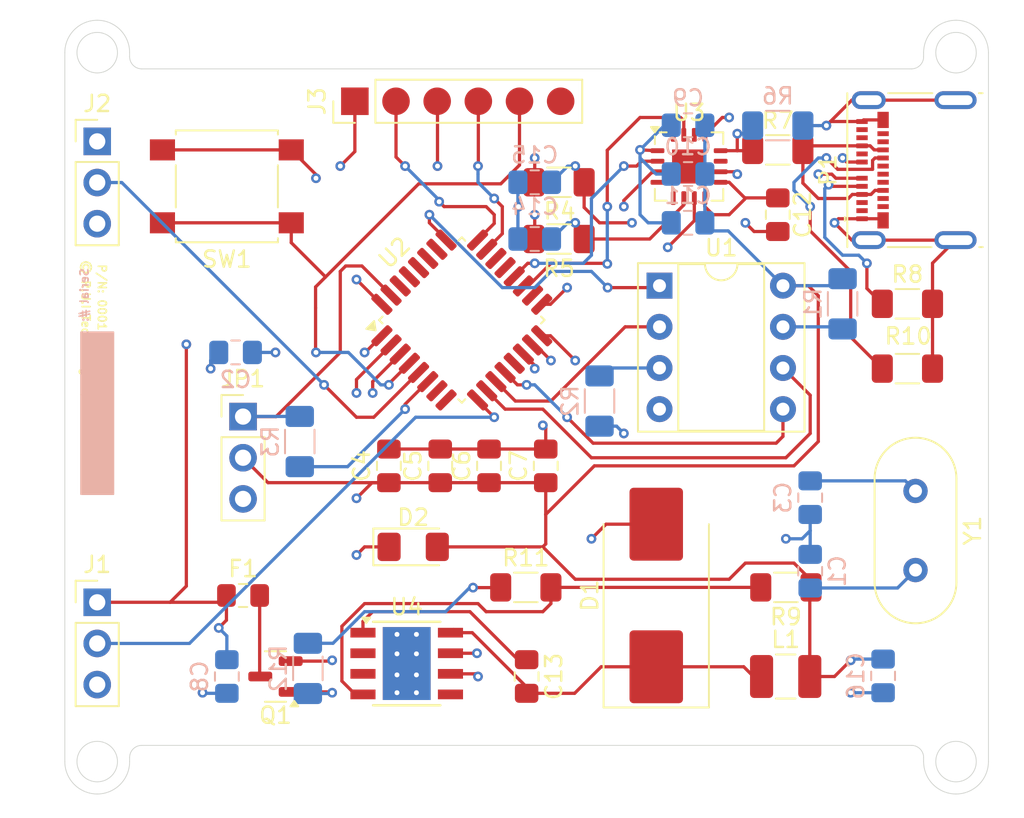
<source format=kicad_pcb>
(kicad_pcb (version 20240108) (generator "pcbnew") (generator_version "8.0")
  (layers (0 "F.Cu" signal) (1 "In1.Cu" signal) (2 "In2.Cu" signal "GND") (31 "B.Cu" signal) (34 "B.Paste" user) (35 "F.Paste" user) (36 "B.SilkS" user "B.Silkscreen") (37 "F.SilkS" user "F.Silkscreen") (38 "B.Mask" user) (39 "F.Mask" user) (44 "Edge.Cuts" user))
  (net 0 "")
  (net 1 "GND")
  (net 2 "Net-(U2-PF0)")
  (net 3 "NRST")
  (net 4 "Net-(U2-PF1)")
  (net 5 "Net-(U2-VDDA)")
  (net 6 "+3.3V")
  (net 7 "+5V")
  (net 8 "Net-(U3-VCC)")
  (net 9 "Net-(U3-3V3OUT)")
  (net 10 "Net-(U4-BOOT)")
  (net 11 "Net-(D1-K)")
  (net 12 "Net-(U3-USBDM)")
  (net 13 "Net-(Q1-D)")
  (net 14 "SIG_OUT")
  (net 15 "SIG_IN")
  (net 16 "/SWCLK")
  (net 17 "/SWDIO")
  (net 19 "/BOOT0")
  (net 20 "Net-(P1-VBUS-PadA4)")
  (net 21 "Net-(P1-D-)")
  (net 22 "Net-(P1-D+)")
  (net 23 "Net-(P1-VCONN)")
  (net 24 "Net-(P1-CC)")
  (net 25 "Net-(Q1-S)")
  (net 26 "Net-(U1-~{HOLD})")
  (net 27 "Net-(U1-~{WP})")
  (net 28 "Net-(U3-USBDP)")
  (net 29 "USB_SENSE")
  (net 30 "/Feedback")
  (net 31 "Net-(R11-Pad1)")
  (net 32 "EEPROM_CS")
  (net 33 "EEPROM_SCK")
  (net 34 "EEPROM_MISO")
  (net 35 "EEPROM_MOSI")
  (net 37 "UART_TX")
  (net 44 "UART_RX")
  (footprint "Capacitor_SMD:C_0805_2012Metric_Pad1.18x1.45mm_HandSolder" (layer "F.Cu") (at 159.5 107.25 90)
    (property "Reference" "C4")
    (property "Value" "100nf")
  )
  (footprint "Capacitor_SMD:C_0805_2012Metric_Pad1.18x1.45mm_HandSolder" (layer "F.Cu") (at 162.67 107.25 90)
    (property "Reference" "C5")
    (property "Value" "100nf")
  )
  (footprint "Fuse:Fuse_0805_2012Metric_Pad1.15x1.40mm_HandSolder" (layer "F.Cu") (at 150.5 115.25)
    (property "Reference" "F1")
    (property "Value" "2A")
  )
  (footprint "Connector_PinHeader_2.54mm:PinHeader_1x06_P2.54mm_Vertical" (layer "F.Cu") (at 157.4 84.75 90)
    (property "Reference" "J3")
    (property "Value" "PROG")
  )
  (footprint "Resistor_SMD:R_1206_3216Metric_Pad1.30x1.75mm_HandSolder" (layer "F.Cu") (at 191.5 97.25)
    (property "Reference" "R8")
    (property "Value" "5.6k")
  )
  (footprint "Package_DFN_QFN:QFN-16-1EP_4x4mm_P0.65mm_EP2.1x2.1mm" (layer "F.Cu") (at 178.025 88.775)
    (property "Reference" "U3")
    (property "Value" "FT230XQ")
  )
  (footprint "Resistor_SMD:R_1206_3216Metric_Pad1.30x1.75mm_HandSolder" (layer "F.Cu") (at 167.95 114.75)
    (property "Reference" "R11")
    (property "Value" "5.6k")
  )
  (footprint "Diode_SMD:D_SMC_Handsoldering" (layer "F.Cu") (at 176 115.25 90)
    (property "Reference" "D1")
    (property "Value" "B340")
  )
  (footprint "Package_SO:TI_SO-PowerPAD-8_ThermalVias" (layer "F.Cu") (at 160.6 119.45)
    (property "Reference" "U4")
    (property "Value" "TPS5430DDA")
  )
  (footprint "Inductor_SMD:L_1210_3225Metric_Pad1.42x2.65mm_HandSolder" (layer "F.Cu") (at 183.9875 120.25)
    (property "Reference" "L1")
    (property "Value" "15uh" (hide yes))
  )
  (footprint "Connector_USB:USB_C_Receptacle_Molex_105450-0101" (layer "F.Cu") (at 191.915 89 90)
    (property "Reference" "P1")
    (property "Value" "HID")
  )
  (footprint "Resistor_SMD:R_1206_3216Metric_Pad1.30x1.75mm_HandSolder" (layer "F.Cu") (at 170 89.75 180)
    (property "Reference" "R4")
    (property "Value" "27")
  )
  (footprint "Resistor_SMD:R_1206_3216Metric_Pad1.30x1.75mm_HandSolder" (layer "F.Cu") (at 170 93.25 180)
    (property "Reference" "R5")
    (property "Value" "27")
  )
  (footprint "Resistor_SMD:R_1206_3216Metric_Pad1.30x1.75mm_HandSolder" (layer "F.Cu") (at 191.5 101.25)
    (property "Reference" "R10")
    (property "Value" "5.6k")
  )
  (footprint "LED_SMD:LED_1206_3216Metric_Pad1.42x1.75mm_HandSolder" (layer "F.Cu") (at 161 112.25)
    (property "Reference" "D2")
    (property "Value" "PWR")
  )
  (footprint "Capacitor_SMD:C_0805_2012Metric_Pad1.18x1.45mm_HandSolder" (layer "F.Cu") (at 183.5 91.75 -90)
    (property "Reference" "C12")
    (property "Value" "100uf")
  )
  (footprint "Connector_PinHeader_2.54mm:PinHeader_1x03_P2.54mm_Vertical" (layer "F.Cu") (at 141.5 87.225)
    (property "Reference" "J2")
    (property "Value" "TPS SIDE")
  )
  (footprint "Package_DIP:DIP-8_W7.62mm_Socket" (layer "F.Cu") (at 176.2 96.13)
    (property "Reference" "U1")
    (property "Value" "25LC1024")
  )
  (footprint "Capacitor_SMD:C_0805_2012Metric_Pad1.18x1.45mm_HandSolder" (layer "F.Cu") (at 168 120.25 -90)
    (property "Reference" "C13")
    (property "Value" "10nf")
  )
  (footprint "Resistor_SMD:R_1206_3216Metric_Pad1.30x1.75mm_HandSolder" (layer "F.Cu") (at 183.5 87.75)
    (property "Reference" "R7")
    (property "Value" "4.7k")
  )
  (footprint "Crystal:Crystal_HC49-4H_Vertical" (layer "F.Cu") (at 192 108.8 -90)
    (property "Reference" "Y1")
    (property "Value" "8mhz")
  )
  (footprint "Connector_PinHeader_2.54mm:PinHeader_1x03_P2.54mm_Vertical" (layer "F.Cu") (at 141.5 115.67)
    (property "Reference" "J1")
    (property "Value" "VEHICLE SIDE")
  )
  (footprint "Connector_PinHeader_2.54mm:PinHeader_1x03_P2.54mm_Vertical" (layer "F.Cu") (at 150.5 104.21)
    (property "Reference" "JP1")
    (property "Value" "BOOT0")
  )
  (footprint "Package_QFP:LQFP-32_7x7mm_P0.8mm" (layer "F.Cu") (at 164 98.25 45)
    (property "Reference" "U2")
    (property "Value" "STM32G431K6Tx")
  )
  (footprint "Package_TO_SOT_SMD:SOT-23" (layer "F.Cu") (at 152.5 120.25 180)
    (property "Reference" "Q1")
    (property "Value" "AO3407")
  )
  (footprint "Button_Switch_SMD:SW_SPST_B3S-1000" (layer "F.Cu") (at 149.5 90 180)
    (property "Reference" "SW1")
    (property "Value" "RESET")
  )
  (footprint "Resistor_SMD:R_1206_3216Metric_Pad1.30x1.75mm_HandSolder" (layer "F.Cu") (at 184 114.75 180)
    (property "Reference" "R9")
    (property "Value" "10k")
  )
  (footprint "Capacitor_SMD:C_0805_2012Metric_Pad1.18x1.45mm_HandSolder" (layer "F.Cu") (at 169.18 107.25 90)
    (property "Reference" "C7")
    (property "Value" "47uf")
  )
  (footprint "Capacitor_SMD:C_0805_2012Metric_Pad1.18x1.45mm_HandSolder" (layer "F.Cu") (at 165.68 107.25 90)
    (property "Reference" "C6")
    (property "Value" "100nf")
  )
  (footprint "Capacitor_SMD:C_0805_2012Metric_Pad1.18x1.45mm_HandSolder" (layer "B.Cu") (at 177.9625 86.23 180)
    (property "Reference" "C9")
    (property "Value" "100nf")
  )
  (footprint "Capacitor_SMD:C_0805_2012Metric_Pad1.18x1.45mm_HandSolder" (layer "B.Cu") (at 168.5 93.25 180)
    (property "Reference" "C14")
    (property "Value" "47uf")
  )
  (footprint "Capacitor_SMD:C_0805_2012Metric_Pad1.18x1.45mm_HandSolder" (layer "B.Cu") (at 185.5 109.2125 -90)
    (property "Reference" "C3")
    (property "Value" "30pf")
  )
  (footprint "Capacitor_SMD:C_0805_2012Metric_Pad1.18x1.45mm_HandSolder" (layer "B.Cu") (at 190 120.2125 -90)
    (property "Reference" "C16")
    (property "Value" "22uf")
  )
  (footprint "Capacitor_SMD:C_0805_2012Metric_Pad1.18x1.45mm_HandSolder" (layer "B.Cu") (at 149.5 120.25 -90)
    (property "Reference" "C8")
    (property "Value" "10uf" (hide yes))
  )
  (footprint "Resistor_SMD:R_1206_3216Metric_Pad1.30x1.75mm_HandSolder" (layer "B.Cu") (at 187.5 97.25 -90)
    (property "Reference" "R1")
    (property "Value" "10k")
  )
  (footprint "Capacitor_SMD:C_0805_2012Metric_Pad1.18x1.45mm_HandSolder" (layer "B.Cu") (at 168.5 89.75 180)
    (property "Reference" "C15")
    (property "Value" "47uf")
  )
  (footprint "Capacitor_SMD:C_0805_2012Metric_Pad1.18x1.45mm_HandSolder" (layer "B.Cu") (at 150.0375 100.25)
    (property "Reference" "C2")
    (property "Value" "100nf")
  )
  (footprint "Resistor_SMD:R_1206_3216Metric_Pad1.30x1.75mm_HandSolder" (layer "B.Cu") (at 154.5 119.75 -90)
    (property "Reference" "R12")
    (property "Value" "270")
  )
  (footprint "Capacitor_SMD:C_0805_2012Metric_Pad1.18x1.45mm_HandSolder" (layer "B.Cu") (at 185.5 113.75 90)
    (property "Reference" "C1")
    (property "Value" "30pf")
  )
  (footprint "Capacitor_SMD:C_0805_2012Metric_Pad1.18x1.45mm_HandSolder" (layer "B.Cu") (at 177.9625 92.25 180)
    (property "Reference" "C11")
    (property "Value" "47uf")
  )
  (footprint "Resistor_SMD:R_1206_3216Metric_Pad1.30x1.75mm_HandSolder" (layer "B.Cu") (at 172.5 103.25 -90)
    (property "Reference" "R2")
    (property "Value" "10k")
  )
  (footprint "Capacitor_SMD:C_0805_2012Metric_Pad1.18x1.45mm_HandSolder" (layer "B.Cu") (at 177.9625 89.24 180)
    (property "Reference" "C10")
    (property "Value" "100nf")
  )
  (footprint "Resistor_SMD:R_1206_3216Metric_Pad1.30x1.75mm_HandSolder" (layer "B.Cu") (at 154 105.75 -90)
    (property "Reference" "R3")
    (property "Value" "10K")
  )
  (footprint "Resistor_SMD:R_1206_3216Metric_Pad1.30x1.75mm_HandSolder" (layer "B.Cu") (at 183.5 86.25 180)
    (property "Reference" "R6")
    (property "Value" "10k")
  )
  (gr_rect (start 140.5 99) (end 142.5 109) (stroke (width 0.1)) (fill solid) (layer "B.SilkS"))
  (gr_arc (start 196.5 125.5) (mid 195.914214 126.914214) (end 194.5 127.5) (stroke (width 0.05)) (layer "Edge.Cuts"))
  (gr_circle (center 194.5 81.75) (end 195.75 81.75) (stroke (width 0.05)) (fill none) (layer "Edge.Cuts"))
  (gr_line (start 196.5 81.75) (end 196.5 125.5) (stroke (width 0.05)) (layer "Edge.Cuts"))
  (gr_arc (start 141.5 79.75) (mid 142.914214 80.335786) (end 143.5 81.75) (stroke (width 0.05)) (layer "Edge.Cuts"))
  (gr_line (start 143.5 81.75) (end 143.5 82) (stroke (width 0.05)) (layer "Edge.Cuts"))
  (gr_arc (start 141.5 127.5) (mid 140.085786 126.914214) (end 139.5 125.5) (stroke (width 0.05)) (layer "Edge.Cuts"))
  (gr_arc (start 139.5 81.75) (mid 140.085786 80.335786) (end 141.5 79.75) (stroke (width 0.05)) (layer "Edge.Cuts"))
  (gr_line (start 144.25 124.5) (end 191.75 124.5) (stroke (width 0.05)) (layer "Edge.Cuts"))
  (gr_line (start 191.75 82.75) (end 144.25 82.75) (stroke (width 0.05)) (layer "Edge.Cuts"))
  (gr_arc (start 192.5 81.75) (mid 193.085786 80.335786) (end 194.5 79.75) (stroke (width 0.05)) (layer "Edge.Cuts"))
  (gr_arc (start 144.25 82.75) (mid 143.71967 82.53033) (end 143.5 82) (stroke (width 0.05)) (layer "Edge.Cuts"))
  (gr_line (start 192.500002 125.5) (end 192.5 125.25) (stroke (width 0.05)) (layer "Edge.Cuts"))
  (gr_arc (start 143.5 125.5) (mid 142.914214 126.914214) (end 141.5 127.5) (stroke (width 0.05)) (layer "Edge.Cuts"))
  (gr_line (start 192.5 81.75) (end 192.5 82) (stroke (width 0.05)) (layer "Edge.Cuts"))
  (gr_circle (center 141.5 81.75) (end 142.75 81.75) (stroke (width 0.05)) (fill none) (layer "Edge.Cuts"))
  (gr_line (start 139.5 81.75) (end 139.5 125.5) (stroke (width 0.05)) (layer "Edge.Cuts"))
  (gr_circle (center 141.5 125.5) (end 142.75 125.5) (stroke (width 0.05)) (fill none) (layer "Edge.Cuts"))
  (gr_arc (start 194.5 127.5) (mid 193.085787 126.914213) (end 192.500002 125.5) (stroke (width 0.05)) (layer "Edge.Cuts"))
  (gr_arc (start 194.5 79.75) (mid 195.914214 80.335786) (end 196.5 81.75) (stroke (width 0.05)) (layer "Edge.Cuts"))
  (gr_arc (start 143.5 125.25) (mid 143.71967 124.71967) (end 144.25 124.5) (stroke (width 0.05)) (layer "Edge.Cuts"))
  (gr_arc (start 191.75 124.5) (mid 192.28033 124.71967) (end 192.5 125.25) (stroke (width 0.05)) (layer "Edge.Cuts"))
  (gr_circle (center 194.5 125.5) (end 195.75 125.5) (stroke (width 0.05)) (fill none) (layer "Edge.Cuts"))
  (gr_line (start 143.5 125.25) (end 143.5 125.5) (stroke (width 0.05)) (layer "Edge.Cuts"))
  (gr_arc (start 192.5 82) (mid 192.28033 82.53033) (end 191.75 82.75) (stroke (width 0.05)) (layer "Edge.Cuts"))
  (gr_text "Serial #:" (at 141 95 90) (layer "B.SilkS") (effects (font (size 0.5 0.5) (thickness 0.1)) (justify left bottom mirror)))
  (gr_text "P/N: 0001-R00.\n" (at 141.5 94.75 270) (layer "F.SilkS") (effects (font (size 0.5 0.5) (thickness 0.1)) (justify left bottom)))
  (gr_text "© R.U.I Technologies, 2025." (at 140.5 94.5 270) (layer "F.SilkS") (effects (font (size 0.5 0.5) (thickness 0.1)) (justify left bottom)))
  (segment (start 187.25 92) (end 187 92.25) (width 0.2) (layer "F.Cu") (net 1))
  (segment (start 159.5125 112.25) (end 158 112.25) (width 0.2) (layer "F.Cu") (net 1))
  (segment (start 155.95 121.2) (end 156 121.25) (width 0.2) (layer "F.Cu") (net 1))
  (segment (start 172.9 110.85) (end 172 111.75) (width 0.2) (layer "F.Cu") (net 1))
  (segment (start 176.075 89.1) (end 177.7 89.1) (width 0.2) (layer "F.Cu") (net 1))
  (segment (start 169.472272 99.222272) (end 171 100.75) (width 0.2) (layer "F.Cu") (net 1))
  (segment (start 153.4375 121.2) (end 155.95 121.2) (width 0.2) (layer "F.Cu") (net 1))
  (segment (start 168.93207 99.222272) (end 169.472272 99.222272) (width 0.2) (layer "F.Cu") (net 1))
  (segment (start 161.896357 102.050699) (end 160.5 103.447056) (width 0.2) (layer "F.Cu") (net 1))
  (segment (start 182.0375 92.7875) (end 181.5 92.25) (width 0.2) (layer "F.Cu") (net 1))
  (segment (start 159.06793 97.277728) (end 159.027728 97.277728) (width 0.2) (layer "F.Cu") (net 1))
  (segment (start 188.7 86) (end 186.75 86) (width 0.2) (layer "F.Cu") (net 1))
  (segment (start 176.075 89.1) (end 175.76759 89.1) (width 0.2) (layer "F.Cu") (net 1))
  (segment (start 162.5 84.77) (end 162.5 88.75) (width 0.2) (layer "F.Cu") (net 1))
  (segment (start 158 112.25) (end 157.5 112.75) (width 0.2) (layer "F.Cu") (net 1))
  (segment (start 164.835 120.085) (end 165 120.25) (width 0.2) (layer "F.Cu") (net 1))
  (segment (start 160.5 103.447056) (end 160.5 103.75) (width 0.2) (layer "F.Cu") (net 1))
  (segment (start 190 85.9) (end 188.8 85.9) (width 0.2) (layer "F.Cu") (net 1))
  (segment (start 159.027728 97.277728) (end 157.5 95.75) (width 0.2) (layer "F.Cu") (net 1))
  (segment (start 153.475 87.75) (end 155 89.275) (width 0.2) (layer "F.Cu") (net 1))
  (segment (start 188.07 93.32) (end 187 92.25) (width 0.2) (layer "F.Cu") (net 1))
  (segment (start 189.11 93.32) (end 188.07 93.32) (width 0.2) (layer "F.Cu") (net 1))
  (segment (start 175.76759 89.1) (end 174 90.86759) (width 0.2) (layer "F.Cu") (net 1))
  (segment (start 155 89.275) (end 155 89.5) (width 0.2) (layer "F.Cu") (net 1))
  (segment (start 176 110.85) (end 172.9 110.85) (width 0.2) (layer "F.Cu") (net 1))
  (segment (start 193.05 94.74) (end 194.47 93.32) (width 0.2) (layer "F.Cu") (net 1))
  (segment (start 189.11 84.68) (end 188.07 84.68) (width 0.2) (layer "F.Cu") (net 1))
  (segment (start 162.48 84.75) (end 162.5 84.77) (width 0.2) (layer "F.Cu") (net 1))
  (segment (start 188.7 92) (end 187.25 92) (width 0.2) (layer "F.Cu") (net 1))
  (segment (start 189.9 92) (end 190 92.1) (width 0.2) (layer "F.Cu") (net 1))
  (segment (start 180.5 85.75) (end 180.075 85.75) (width 0.2) (layer "F.Cu") (net 1))
  (segment (start 188.7 92) (end 189.9 92) (width 0.2) (layer "F.Cu") (net 1))
  (segment (start 145.525 87.75) (end 153.475 87.75) (width 0.2) (layer "F.Cu") (net 1))
  (segment (start 163.3 120.085) (end 164.835 120.085) (width 0.2) (layer "F.Cu") (net 1))
  (segment (start 177.7 89.1) (end 178.025 88.775) (width 0.2) (layer "F.Cu") (net 1))
  (segment (start 193.05 101.25) (end 193.05 97.25) (width 0.2) (layer "F.Cu") (net 1))
  (segment (start 194.47 84.68) (end 189.11 84.68) (width 0.2) (layer "F.Cu") (net 1))
  (segment (start 186.75 86) (end 186.5 86.25) (width 0.2) (layer "F.Cu") (net 1))
  (segment (start 174 90.86759) (end 174 91.25) (width 0.2) (layer "F.Cu") (net 1))
  (segment (start 188.8 85.9) (end 188.7 86) (width 0.2) (layer "F.Cu") (net 1))
  (segment (start 168.5 101.052944) (end 168.5 101.25) (width 0.2) (layer "F.Cu") (net 1))
  (segment (start 193.05 97.25) (end 193.05 94.74) (width 0.2) (layer "F.Cu") (net 1))
  (segment (start 180.075 85.75) (end 179 86.825) (width 0.2) (layer "F.Cu") (net 1))
  (segment (start 188.07 84.68) (end 186.5 86.25) (width 0.2) (layer "F.Cu") (net 1))
  (segment (start 194.47 93.32) (end 189.11 93.32) (width 0.2) (layer "F.Cu") (net 1))
  (segment (start 167.800699 100.353643) (end 168.5 101.052944) (width 0.2) (layer "F.Cu") (net 1))
  (segment (start 183.5 92.7875) (end 182.0375 92.7875) (width 0.2) (layer "F.Cu") (net 1))
  (via (at 157.5 95.75) (size 0.6) (drill 0.3) (layers "F.Cu" "B.Cu") (net 1))
  (via (at 148 121.25) (size 0.6) (drill 0.3) (layers "F.Cu" "B.Cu") (net 1))
  (via (at 172 111.75) (size 0.6) (drill 0.3) (layers "F.Cu" "B.Cu") (net 1))
  (via (at 184 111.75) (size 0.6) (drill 0.3) (layers "F.Cu" "B.Cu") (net 1))
  (via (at 180.5 85.75) (size 0.6) (drill 0.3) (layers "F.Cu" "B.Cu") (net 1))
  (via (at 168.5 101.25) (size 0.6) (drill 0.3) (layers "F.Cu" "B.Cu") (net 1))
  (via (at 174 91.25) (size 0.6) (drill 0.3) (layers "F.Cu" "B.Cu") (net 1))
  (via (at 156 121.25) (size 0.6) (drill 0.3) (layers "F.Cu" "B.Cu") (net 1))
  (via (at 188 121.25) (size 0.6) (drill 0.3) (layers "F.Cu" "B.Cu") (net 1))
  (via (at 171 100.75) (size 0.6) (drill 0.3) (layers "F.Cu" "B.Cu") (net 1))
  (via (at 157.5 112.75) (size 0.6) (drill 0.3) (layers "F.Cu" "B.Cu") (net 1))
  (via (at 160.5 103.75) (size 0.6) (drill 0.3) (layers "F.Cu" "B.Cu") (net 1))
  (via (at 186.5 86.25) (size 0.6) (drill 0.3) (layers "F.Cu" "B.Cu") (net 1))
  (via (at 167.5 91.25) (size 0.6) (drill 0.3) (layers "F.Cu" "B.Cu") (net 1))
  (via (at 155 89.5) (size 0.6) (drill 0.3) (layers "F.Cu" "B.Cu") (net 1))
  (via (at 148.5 101.25) (size 0.6) (drill 0.3) (layers "F.Cu" "B.Cu") (net 1))
  (via (at 165 120.25) (size 0.6) (drill 0.3) (layers "F.Cu" "B.Cu") (net 1))
  (via (at 162.5 88.75) (size 0.6) (drill 0.3) (layers "F.Cu" "B.Cu") (net 1))
  (via (at 174 105.25) (size 0.6) (drill 0.3) (layers "F.Cu" "B.Cu") (net 1))
  (via (at 181.5 92.25) (size 0.6) (drill 0.3) (layers "F.Cu" "B.Cu") (net 1))
  (via (at 187 92.25) (size 0.6) (drill 0.3) (layers "F.Cu" "B.Cu") (net 1))
  (segment (start 190 121.25) (end 188 121.25) (width 0.2) (layer "B.Cu") (net 1))
  (segment (start 148.5 100.75) (end 148.5 101.25) (width 0.2) (layer "B.Cu") (net 1))
  (segment (start 186 86.25) (end 186.5 86.25) (width 0.2) (layer "B.Cu") (net 1))
  (segment (start 167.5 91.25) (end 167.4625 91.2125) (width 0.2) (layer "B.Cu") (net 1))
  (segment (start 173.55 104.8) (end 174 105.25) (width 0.2) (layer "B.Cu") (net 1))
  (segment (start 156.95 107.3) (end 160.5 103.75) (width 0.2) (layer "B.Cu") (net 1))
  (segment (start 185.5 111.25) (end 185 111.75) (width 0.2) (layer "B.Cu") (net 1))
  (segment (start 172.5 104.8) (end 173.55 104.8) (width 0.2) (layer "B.Cu") (net 1))
  (segment (start 167.4625 91.2875) (end 167.5 91.25) (width 0.2) (layer "B.Cu") (net 1))
  (segment (start 185.5 111.25) (end 185.5 110.25) (width 0.2) (layer "B.Cu") (net 1))
  (segment (start 149 100.25) (end 148.5 100.75) (width 0.2) (layer "B.Cu") (net 1))
  (segment (start 154.5 121.3) (end 154.5 121.625) (width 0.2) (layer "B.Cu") (net 1))
  (segment (start 154 107.3) (end 156.95 107.3) (width 0.2) (layer "B.Cu") (net 1))
  (segment (start 185.05 86.25) (end 186 86.25) (width 0.2) (layer "B.Cu") (net 1))
  (segment (start 148.0375 121.2875) (end 148 121.25) (width 0.2) (layer "B.Cu") (net 1))
  (segment (start 154.5 121.3) (end 155.95 121.3) (width 0.2) (layer "B.Cu") (net 1))
  (segment (start 167.4625 91.2125) (end 167.4625 89.75) (width 0.2) (layer "B.Cu") (net 1))
  (segment (start 185 111.75) (end 184 111.75) (width 0.2) (layer "B.Cu") (net 1))
  (segment (start 149.5 121.2875) (end 148.0375 121.2875) (width 0.2) (layer "B.Cu") (net 1))
  (segment (start 155.95 121.3) (end 156 121.25) (width 0.2) (layer "B.Cu") (net 1))
  (segment (start 185.5 112.7125) (end 185.5 111.25) (width 0.2) (layer "B.Cu") (net 1))
  (segment (start 167.4625 93.25) (end 167.4625 91.2875) (width 0.2) (layer "B.Cu") (net 1))
  (segment (start 157.5 101.921573) (end 157.5 102.75) (width 0.2) (layer "F.Cu") (net 2))
  (segment (start 159.633616 99.787957) (end 157.5 101.921573) (width 0.2) (layer "F.Cu") (net 2))
  (via (at 157.5 102.75) (size 0.6) (drill 0.3) (layers "F.Cu" "B.Cu") (net 2))
  (segment (start 185.5 114.7875) (end 190.8925 114.7875) (width 0.2) (layer "B.Cu") (net 2))
  (segment (start 190.8925 114.7875) (end 192 113.68) (width 0.2) (layer "B.Cu") (net 2))
  (segment (start 155.592157 95.592157) (end 154.975 96.209314) (width 0.2) (layer "F.Cu") (net 3))
  (segment (start 154.975 97.5) (end 154.975 100.225) (width 0.2) (layer "F.Cu") (net 3))
  (segment (start 159.5 102.184314) (end 160.764986 100.919328) (width 0.2) (layer "F.Cu") (net 3))
  (segment (start 166.405507 89.844493) (end 161.339821 89.844493) (width 0.2) (layer "F.Cu") (net 3))
  (segment (start 167.56 84.75) (end 167.56 88.69) (width 0.2) (layer "F.Cu") (net 3))
  (segment (start 161.339821 89.844493) (end 155.592157 95.592157) (width 0.2) (layer "F.Cu") (net 3))
  (segment (start 154.975 100.225) (end 155 100.25) (width 0.2) (layer "F.Cu") (net 3))
  (segment (start 167.56 88.69) (end 166.405507 89.844493) (width 0.2) (layer "F.Cu") (net 3))
  (segment (start 153.475 93.475) (end 155.592157 95.592157) (width 0.2) (layer "F.Cu") (net 3))
  (segment (start 159.5 102.25) (end 159.5 102.184314) (width 0.2) (layer "F.Cu") (net 3))
  (segment (start 153.475 92.25) (end 145.525 92.25) (width 0.2) (layer "F.Cu") (net 3))
  (segment (start 154.975 96.209314) (end 154.975 97.5) (width 0.2) (layer "F.Cu") (net 3))
  (segment (start 153.475 92.25) (end 153.475 93.475) (width 0.2) (layer "F.Cu") (net 3))
  (via (at 159.5 102.25) (size 0.6) (drill 0.3) (layers "F.Cu" "B.Cu") (net 3))
  (via (at 152.5 100.25) (size 0.6) (drill 0.3) (layers "F.Cu" "B.Cu") (net 3))
  (via (at 155 100.25) (size 0.6) (drill 0.3) (layers "F.Cu" "B.Cu") (net 3))
  (segment (start 159 102.25) (end 159.5 102.25) (width 0.2) (layer "B.Cu") (net 3))
  (segment (start 157 100.25) (end 159 102.25) (width 0.2) (layer "B.Cu") (net 3))
  (segment (start 155 100.25) (end 157 100.25) (width 0.2) (layer "B.Cu") (net 3))
  (segment (start 152.5 100.25) (end 151.075 100.25) (width 0.2) (layer "B.Cu") (net 3))
  (segment (start 160.199301 100.353643) (end 158.5 102.052944) (width 0.2) (layer "F.Cu") (net 4))
  (segment (start 158.5 102.052944) (end 158.5 102.75) (width 0.2) (layer "F.Cu") (net 4))
  (via (at 158.5 102.75) (size 0.6) (drill 0.3) (layers "F.Cu" "B.Cu") (net 4))
  (segment (start 185.5 108.175) (end 191.375 108.175) (width 0.2) (layer "B.Cu") (net 4))
  (segment (start 191.375 108.175) (end 192 108.8) (width 0.2) (layer "B.Cu") (net 4))
  (segment (start 168.366384 99.787957) (end 168.537957 99.787957) (width 0.2) (layer "F.Cu") (net 5))
  (segment (start 168.537957 99.787957) (end 169.5 100.75) (width 0.2) (layer "F.Cu") (net 5))
  (segment (start 169.18 104.93) (end 169 104.75) (width 0.2) (layer "F.Cu") (net 5))
  (segment (start 158.040202 100.25) (end 159.06793 99.222272) (width 0.2) (layer "F.Cu") (net 5))
  (segment (start 158 100.25) (end 158.040202 100.25) (width 0.2) (layer "F.Cu") (net 5))
  (segment (start 165.68 106.2125) (end 169.18 106.2125) (width 0.2) (layer "F.Cu") (net 5))
  (segment (start 159.5 106.2125) (end 162.67 106.2125) (width 0.2) (layer "F.Cu") (net 5))
  (segment (start 168.93207 97.277728) (end 169.472272 97.277728) (width 0.2) (layer "F.Cu") (net 5))
  (segment (start 169.18 106.2125) (end 169.18 104.93) (width 0.2) (layer "F.Cu") (net 5))
  (segment (start 169.472272 97.277728) (end 170.5 96.25) (width 0.2) (layer "F.Cu") (net 5))
  (segment (start 162.67 106.2125) (end 165.68 106.2125) (width 0.2) (layer "F.Cu") (net 5))
  (via (at 169 104.75) (size 0.6) (drill 0.3) (layers "F.Cu" "B.Cu") (net 5))
  (via (at 169.5 100.75) (size 0.6) (drill 0.3) (layers "F.Cu" "B.Cu") (net 5))
  (via (at 158 100.25) (size 0.6) (drill 0.3) (layers "F.Cu" "B.Cu") (net 5))
  (via (at 170.5 96.25) (size 0.6) (drill 0.3) (layers "F.Cu" "B.Cu") (net 5))
  (segment (start 185.55 114.75) (end 185.55 114.3) (width 0.2) (layer "F.Cu") (net 6))
  (segment (start 169.18 110.25) (end 169.18 112.07) (width 0.2) (layer "F.Cu") (net 6))
  (segment (start 165.68 108.2875) (end 169.18 108.2875) (width 0.2) (layer "F.Cu") (net 6))
  (segment (start 169.18 108.2875) (end 169.18 110.25) (width 0.2) (layer "F.Cu") (net 6))
  (segment (start 184.5 113.25) (end 181.5 113.25) (width 0.2) (layer "F.Cu") (net 6))
  (segment (start 172.18 107.25) (end 184.5 107.25) (width 0.2) (layer "F.Cu") (net 6))
  (segment (start 171 114.25) (end 169 112.25) (width 0.2) (layer "F.Cu") (net 6))
  (segment (start 186 96.75) (end 185.38 96.13) (width 0.2) (layer "F.Cu") (net 6))
  (segment (start 186 105.75) (end 186 96.75) (width 0.2) (layer "F.Cu") (net 6))
  (segment (start 169.18 110.25) (end 172.18 107.25) (width 0.2) (layer "F.Cu") (net 6))
  (segment (start 158.4625 108.2875) (end 159.5 108.2875) (width 0.2) (layer "F.Cu") (net 6))
  (segment (start 162.67 108.2875) (end 165.68 108.2875) (width 0.2) (layer "F.Cu") (net 6))
  (segment (start 157.4 84.75) (end 157.4 87.85) (width 0.2) (layer "F.Cu") (net 6))
  (segment (start 169 112.25) (end 162.4875 112.25) (width 0.2) (layer "F.Cu") (net 6))
  (segment (start 150.5 106.75) (end 152.0375 108.2875) (width 0.2) (layer "F.Cu") (net 6))
  (segment (start 185.55 114.3) (end 184.5 113.25) (width 0.2) (layer "F.Cu") (net 6))
  (segment (start 185.475 120.25) (end 187 120.25) (width 0.2) (layer "F.Cu") (net 6))
  (segment (start 184.5 107.25) (end 186 105.75) (width 0.2) (layer "F.Cu") (net 6))
  (segment (start 159.5 108.2875) (end 162.67 108.2875) (width 0.2) (layer "F.Cu") (net 6))
  (segment (start 169.18 112.07) (end 169 112.25) (width 0.2) (layer "F.Cu") (net 6))
  (segment (start 185.475 120.25) (end 185.475 114.825) (width 0.2) (layer "F.Cu") (net 6))
  (segment (start 152.0375 108.2875) (end 159.5 108.2875) (width 0.2) (layer "F.Cu") (net 6))
  (segment (start 185.475 114.825) (end 185.55 114.75) (width 0.2) (layer "F.Cu") (net 6))
  (segment (start 185.38 96.13) (end 183.82 96.13) (width 0.2) (layer "F.Cu") (net 6))
  (segment (start 180.5 114.25) (end 171 114.25) (width 0.2) (layer "F.Cu") (net 6))
  (segment (start 181.5 113.25) (end 180.5 114.25) (width 0.2) (layer "F.Cu") (net 6))
  (segment (start 157.4 87.85) (end 156.5 88.75) (width 0.2) (layer "F.Cu") (net 6))
  (segment (start 187 120.25) (end 188 119.25) (width 0.2) (layer "F.Cu") (net 6))
  (segment (start 157.5 109.25) (end 158.4625 108.2875) (width 0.2) (layer "F.Cu") (net 6))
  (via (at 188 119.25) (size 0.6) (drill 0.3) (layers "F.Cu" "B.Cu") (net 6))
  (via (at 156.5 88.75) (size 0.6) (drill 0.3) (layers "F.Cu" "B.Cu") (net 6))
  (via (at 157.5 109.25) (size 0.6) (drill 0.3) (layers "F.Cu" "B.Cu") (net 6))
  (segment (start 179 92.25) (end 179.5 92.75) (width 0.2) (layer "B.Cu") (net 6))
  (segment (start 187.57 96.13) (end 188 95.7) (width 0.2) (layer "B.Cu") (net 6))
  (segment (start 180.44 92.75) (end 183.82 96.13) (width 0.2) (layer "B.Cu") (net 6))
  (segment (start 179.5 92.75) (end 180.44 92.75) (width 0.2) (layer "B.Cu") (net 6))
  (segment (start 188.075 119.175) (end 188 119.25) (width 0.2) (layer "B.Cu") (net 6))
  (segment (start 179 86.23) (end 179 89.24) (width 0.2) (layer "B.Cu") (net 6))
  (segment (start 183.82 96.13) (end 187.57 96.13) (width 0.2) (layer "B.Cu") (net 6))
  (segment (start 179 92.25) (end 179 89.24) (width 0.2) (layer "B.Cu") (net 6))
  (segment (start 190 119.175) (end 188.075 119.175) (width 0.2) (layer "B.Cu") (net 6))
  (segment (start 147 99.75) (end 147 114.67) (width 0.2) (layer "F.Cu") (net 7))
  (segment (start 147 114.67) (end 146 115.67) (width 0.2) (layer "F.Cu") (net 7))
  (segment (start 149.475 116.775) (end 149 117.25) (width 0.2) (layer "F.Cu") (net 7))
  (segment (start 146 115.67) (end 141.5 115.67) (width 0.2) (layer "F.Cu") (net 7))
  (segment (start 149.055 115.67) (end 149.475 115.25) (width 0.2) (layer "F.Cu") (net 7))
  (segment (start 149.475 115.25) (end 149.475 116.775) (width 0.2) (layer "F.Cu") (net 7))
  (segment (start 146 115.67) (end 149.055 115.67) (width 0.2) (layer "F.Cu") (net 7))
  (via (at 147 99.75) (size 0.6) (drill 0.3) (layers "F.Cu" "B.Cu") (net 7))
  (via (at 149 117.25) (size 0.6) (drill 0.3) (layers "F.Cu" "B.Cu") (net 7))
  (segment (start 149.5 117.75) (end 149.5 119.2125) (width 0.2) (layer "B.Cu") (net 7))
  (segment (start 149 117.25) (end 149.5 117.75) (width 0.2) (layer "B.Cu") (net 7))
  (segment (start 179.975 89.1) (end 180.85 89.1) (width 0.2) (layer "F.Cu") (net 8))
  (segment (start 175 87.75) (end 175.05 87.8) (width 0.2) (layer "F.Cu") (net 8))
  (segment (start 176.075 87.8) (end 175 87.75) (width 0.2) (layer "F.Cu") (net 8))
  (segment (start 180.85 89.1) (end 181 89.25) (width 0.2) (layer "F.Cu") (net 8))
  (via (at 181 89.25) (size 0.6) (drill 0.3) (layers "F.Cu" "B.Cu") (net 8))
  (via (at 175 87.75) (size 0.6) (drill 0.3) (layers "F.Cu" "B.Cu") (net 8))
  (segment (start 175 88.25) (end 175.99 89.24) (width 0.2) (layer "B.Cu") (net 8))
  (segment (start 175 87.75) (end 176.52 86.23) (width 0.2) (layer "B.Cu") (net 8))
  (segment (start 176.52 86.23) (end 176.925 86.23) (width 0.2) (layer "B.Cu") (net 8))
  (segment (start 175.99 89.24) (end 176.925 89.24) (width 0.2) (layer "B.Cu") (net 8))
  (segment (start 175 91.75) (end 175.5 92.25) (width 0.2) (layer "B.Cu") (net 8))
  (segment (start 175 87.75) (end 175 88.25) (width 0.2) (layer "B.Cu") (net 8))
  (segment (start 175.5 92.25) (end 176.925 92.25) (width 0.2) (layer "B.Cu") (net 8))
  (segment (start 175 88.25) (end 175 91.75) (width 0.2) (layer "B.Cu") (net 8))
  (segment (start 181.4625 90.7875) (end 180.5 91.75) (width 0.2) (layer "F.Cu") (net 9))
  (segment (start 179.5 91.75) (end 179 91.25) (width 0.2) (layer "F.Cu") (net 9))
  (segment (start 180.5 91.75) (end 179.5 91.75) (width 0.2) (layer "F.Cu") (net 9))
  (segment (start 180.5 89.75) (end 181.4625 90.7125) (width 0.2) (layer "F.Cu") (net 9))
  (segment (start 179.975 89.75) (end 180.5 89.75) (width 0.2) (layer "F.Cu") (net 9))
  (segment (start 179 91.25) (end 179 90.725) (width 0.2) (layer "F.Cu") (net 9))
  (segment (start 181.4625 90.7125) (end 181.4625 90.7875) (width 0.2) (layer "F.Cu") (net 9))
  (segment (start 181.4625 90.7125) (end 183.5 90.7125) (width 0.2) (layer "F.Cu") (net 9))
  (segment (start 167.4625 119.2125) (end 164.5 116.25) (width 0.2) (layer "F.Cu") (net 10))
  (segment (start 164.5 116.25) (end 158.5 116.25) (width 0.2) (layer "F.Cu") (net 10))
  (segment (start 168 119.2125) (end 167.4625 119.2125) (width 0.2) (layer "F.Cu") (net 10))
  (segment (start 157.9 116.85) (end 157.9 117.545) (width 0.2) (layer "F.Cu") (net 10))
  (segment (start 158.5 116.25) (end 157.9 116.85) (width 0.2) (layer "F.Cu") (net 10))
  (segment (start 163.495 117.35) (end 163.3 117.545) (width 0.2) (layer "F.Cu") (net 11))
  (segment (start 168 120.901471) (end 164.643529 117.545) (width 0.2) (layer "F.Cu") (net 11))
  (segment (start 182 120.25) (end 181.4 119.65) (width 0.2) (layer "F.Cu") (net 11))
  (segment (start 170.9625 121.2875) (end 168 121.2875) (width 0.2) (layer "F.Cu") (net 11))
  (segment (start 172.6 119.65) (end 170.9625 121.2875) (width 0.2) (layer "F.Cu") (net 11))
  (segment (start 176 119.65) (end 172.6 119.65) (width 0.2) (layer "F.Cu") (net 11))
  (segment (start 182.5 120.25) (end 182 120.25) (width 0.2) (layer "F.Cu") (net 11))
  (segment (start 168 121.2875) (end 168 120.901471) (width 0.2) (layer "F.Cu") (net 11))
  (segment (start 164.643529 117.545) (end 163.3 117.545) (width 0.2) (layer "F.Cu") (net 11))
  (segment (start 181.4 119.65) (end 176 119.65) (width 0.2) (layer "F.Cu") (net 11))
  (segment (start 171.55 91.3) (end 172.5 92.25) (width 0.2) (layer "F.Cu") (net 12))
  (segment (start 172.5 92.25) (end 174.5 92.25) (width 0.2) (layer "F.Cu") (net 12))
  (segment (start 176.709038 93.760713) (end 178.35 92.119751) (width 0.2) (layer "F.Cu") (net 12))
  (segment (start 171.55 89.75) (end 171.55 89.3) (width 0.2) (layer "F.Cu") (net 12))
  (segment (start 178.35 92.119751) (end 178.35 90.725) (width 0.2) (layer "F.Cu") (net 12))
  (segment (start 171.55 89.75) (end 171.55 91.3) (width 0.2) (layer "F.Cu") (net 12))
  (segment (start 171.55 89.3) (end 171 88.75) (width 0.2) (layer "F.Cu") (net 12))
  (via (at 176.709038 93.760713) (size 0.6) (drill 0.3) (layers "F.Cu" "B.Cu") (net 12))
  (via (at 171 88.75) (size 0.6) (drill 0.3) (layers "F.Cu" "B.Cu") (net 12))
  (via (at 174.5 92.25) (size 0.6) (drill 0.3) (layers "F.Cu" "B.Cu") (net 12))
  (segment (start 170.5375 88.75) (end 169.5375 89.75) (width 0.2) (layer "B.Cu") (net 12))
  (segment (start 171 88.75) (end 170.5375 88.75) (width 0.2) (layer "B.Cu") (net 12))
  (segment (start 151.525 115.25) (end 151.525 120.2125) (width 0.2) (layer "F.Cu") (net 13))
  (segment (start 151.525 120.2125) (end 151.5625 120.25) (width 0.2) (layer "F.Cu") (net 13))
  (segment (start 164.972272 103.18207) (end 164.972272 103.222272) (width 0.2) (layer "F.Cu") (net 14))
  (segment (start 164.972272 103.222272) (end 166 104.25) (width 0.2) (layer "F.Cu") (net 14))
  (via (at 166 104.25) (size 0.6) (drill 0.3) (layers "F.Cu" "B.Cu") (net 14))
  (segment (start 147.191471 118.21) (end 141.5 118.21) (width 0.2) (layer "B.Cu") (net 14))
  (segment (start 166 104.25) (end 161.151471 104.25) (width 0.2) (layer "B.Cu") (net 14))
  (segment (start 161.151471 104.25) (end 147.191471 118.21) (width 0.2) (layer "B.Cu") (net 14))
  (segment (start 157.5 104.25) (end 155.5 102.25) (width 0.2) (layer "F.Cu") (net 15))
  (segment (start 161.330672 101.485014) (end 158.565686 104.25) (width 0.2) (layer "F.Cu") (net 15))
  (segment (start 158.565686 104.25) (end 157.5 104.25) (width 0.2) (layer "F.Cu") (net 15))
  (via (at 155.5 102.25) (size 0.6) (drill 0.3) (layers "F.Cu" "B.Cu") (net 15))
  (segment (start 143.015 89.765) (end 141.5 89.765) (width 0.2) (layer "B.Cu") (net 15))
  (segment (start 155.5 102.25) (end 143.015 89.765) (width 0.2) (layer "B.Cu") (net 15))
  (segment (start 164.972272 93.31793) (end 166 92.290202) (width 0.2) (layer "F.Cu") (net 16))
  (segment (start 166 91.75) (end 165.5 91.25) (width 0.2) (layer "F.Cu") (net 16))
  (segment (start 159.94 84.75) (end 159.94 88.19) (width 0.2) (layer "F.Cu") (net 16))
  (segment (start 159.94 88.19) (end 160.5 88.75) (width 0.2) (layer "F.Cu") (net 16))
  (segment (start 162.905866 91.25) (end 162.603179 90.947313) (width 0.2) (layer "F.Cu") (net 16))
  (segment (start 166 92.290202) (end 166 91.75) (width 0.2) (layer "F.Cu") (net 16))
  (segment (start 165.5 91.25) (end 162.905866 91.25) (width 0.2) (layer "F.Cu") (net 16))
  (via (at 160.5 88.75) (size 0.6) (drill 0.3) (layers "F.Cu" "B.Cu") (net 16))
  (via (at 162.603179 90.947313) (size 0.6) (drill 0.3) (layers "F.Cu" "B.Cu") (net 16))
  (segment (start 160.5 88.75) (end 162.5 90.75) (width 0.2) (layer "B.Cu") (net 16))
  (segment (start 165.537957 93.883616) (end 166.5 92.921573) (width 0.2) (layer "F.Cu") (net 17))
  (segment (start 165.02 88.73) (end 165.02 84.75) (width 0.2) (layer "F.Cu") (net 17))
  (segment (start 165 88.75) (end 165.02 88.73) (width 0.2) (layer "F.Cu") (net 17))
  (segment (start 166.5 92.921573) (end 166.5 91.25) (width 0.2) (layer "F.Cu") (net 17))
  (segment (start 166.5 91.25) (end 166 90.75) (width 0.2) (layer "F.Cu") (net 17))
  (via (at 166 90.75) (size 0.6) (drill 0.3) (layers "F.Cu" "B.Cu") (net 17))
  (via (at 165 88.75) (size 0.6) (drill 0.3) (layers "F.Cu" "B.Cu") (net 17))
  (segment (start 166 90.75) (end 165 89.75) (width 0.2) (layer "B.Cu") (net 17))
  (segment (start 165 89.25) (end 165 88.75) (width 0.2) (layer "B.Cu") (net 17))
  (segment (start 165 89.75) (end 165 89.25) (width 0.2) (layer "B.Cu") (net 17))
  (segment (start 156.5 95.25) (end 156.835786 94.914214) (width 0.2) (layer "F.Cu") (net 19))
  (segment (start 150.5 104.21) (end 152.54 104.21) (width 0.2) (layer "F.Cu") (net 19))
  (segment (start 156.5 100.25) (end 156.5 95.25) (width 0.2) (layer "F.Cu") (net 19))
  (segment (start 152.54 104.21) (end 156.5 100.25) (width 0.2) (layer "F.Cu") (net 19))
  (segment (start 157.835786 94.914214) (end 159.633616 96.712043) (width 0.2) (layer "F.Cu") (net 19))
  (segment (start 156.835786 94.914214) (end 157.835786 94.914214) (width 0.2) (layer "F.Cu") (net 19))
  (segment (start 154 104.2) (end 150.51 104.2) (width 0.2) (layer "B.Cu") (net 19))
  (segment (start 150.51 104.2) (end 150.5 104.21) (width 0.2) (layer "B.Cu") (net 19))
  (segment (start 189.2 87.5) (end 188.7 87.5) (width 0.2) (layer "F.Cu") (net 20))
  (segment (start 188.7 87.5) (end 185.3 87.5) (width 0.2) (layer "F.Cu") (net 20))
  (segment (start 186 90.75) (end 186.5 90.75) (width 0.2) (layer "F.Cu") (net 20))
  (segment (start 189.45 87.75) (end 189.2 87.5) (width 0.2) (layer "F.Cu") (net 20))
  (segment (start 185.05 89.8) (end 186 90.75) (width 0.2) (layer "F.Cu") (net 20))
  (segment (start 188.7 90.5) (end 188.1 90.5) (width 0.2) (layer "F.Cu") (net 20))
  (segment (start 189.25 90.5) (end 188.7 90.5) (width 0.2) (layer "F.Cu") (net 20))
  (segment (start 190 90.25) (end 189.5 90.25) (width 0.2) (layer "F.Cu") (net 20))
  (segment (start 187.85 90.75) (end 186.5 90.75) (width 0.2) (layer "F.Cu") (net 20))
  (segment (start 190 87.75) (end 189.45 87.75) (width 0.2) (layer "F.Cu") (net 20))
  (segment (start 185.05 89.8) (end 185.05 87.75) (width 0.2) (layer "F.Cu") (net 20))
  (segment (start 189.5 90.25) (end 189.25 90.5) (width 0.2) (layer "F.Cu") (net 20))
  (segment (start 185.3 87.5) (end 185.05 87.75) (width 0.2) (layer "F.Cu") (net 20))
  (segment (start 188.1 90.5) (end 187.85 90.75) (width 0.2) (layer "F.Cu") (net 20))
  (segment (start 168.5 89.7) (end 168.45 89.75) (width 0.2) (layer "F.Cu") (net 21))
  (segment (start 188.7 88.5) (end 187.75 88.5) (width 0.2) (layer "F.Cu") (net 21))
  (segment (start 187.75 88.5) (end 187.5 88.25) (width 0.2) (layer "F.Cu") (net 21))
  (segment (start 168.5 88.25) (end 168.5 89.7) (width 0.2) (layer "F.Cu") (net 21))
  (via (at 187.5 88.25) (size 0.6) (drill 0.3) (layers "F.Cu" "B.Cu") (net 21))
  (via (at 168.5 88.25) (size 0.6) (drill 0.3) (layers "F.Cu" "B.Cu") (net 21))
  (segment (start 187.084238 89.5) (end 186.834238 89.25) (width 0.2) (layer "F.Cu") (net 22))
  (segment (start 168.5 93.2) (end 168.45 93.25) (width 0.2) (layer "F.Cu") (net 22))
  (segment (start 188.7 89.5) (end 187.084238 89.5) (width 0.2) (layer "F.Cu") (net 22))
  (segment (start 186.5 89.25) (end 186 89.25) (width 0.2) (layer "F.Cu") (net 22))
  (segment (start 186.834238 89.25) (end 186.5 89.25) (width 0.2) (layer "F.Cu") (net 22))
  (segment (start 168.5 91.75) (end 168.5 93.2) (width 0.2) (layer "F.Cu") (net 22))
  (via (at 168.5 91.75) (size 0.6) (drill 0.3) (layers "F.Cu" "B.Cu") (net 22))
  (via (at 186 89.25) (size 0.6) (drill 0.3) (layers "F.Cu" "B.Cu") (net 22))
  (segment (start 188 99.3) (end 189.95 101.25) (width 0.2) (layer "F.Cu") (net 23))
  (segment (start 189.5 88.25) (end 190 88.25) (width 0.2) (layer "F.Cu") (net 23))
  (segment (start 188 95.25) (end 188 99.3) (width 0.2) (layer "F.Cu") (net 23))
  (segment (start 185.5 91.25) (end 185.5 92.75) (width 0.2) (layer "F.Cu") (net 23))
  (segment (start 185.5 92.75) (end 188 95.25) (width 0.2) (layer "F.Cu") (net 23))
  (segment (start 189.35 88.4) (end 189.5 88.25) (width 0.2) (layer "F.Cu") (net 23))
  (segment (start 189.35 88.95) (end 189.35 88.4) (width 0.2) (layer "F.Cu") (net 23))
  (segment (start 186.5 88.25) (end 187.2 88.95) (width 0.2) (layer "F.Cu") (net 23))
  (segment (start 187.2 88.95) (end 189.35 88.95) (width 0.2) (layer "F.Cu") (net 23))
  (via (at 186.5 88.25) (size 0.6) (drill 0.3) (layers "F.Cu" "B.Cu") (net 23))
  (via (at 185.5 91.25) (size 0.6) (drill 0.3) (layers "F.Cu" "B.Cu") (net 23))
  (segment (start 186 88.25) (end 186.5 88.25) (width 0.2) (layer "B.Cu") (net 23))
  (segment (start 184.5 89.75) (end 186 88.25) (width 0.2) (layer "B.Cu") (net 23))
  (segment (start 185.5 91.25) (end 184.5 90.25) (width 0.2) (layer "B.Cu") (net 23))
  (segment (start 184.5 90.25) (end 184.5 89.75) (width 0.2) (layer "B.Cu") (net 23))
  (segment (start 186.735709 90) (end 188.7 90) (width 0.2) (layer "F.Cu") (net 24))
  (segment (start 186.635709 89.9) (end 186.735709 90) (width 0.2) (layer "F.Cu") (net 24))
  (segment (start 189 94.75) (end 189 96.3) (width 0.2) (layer "F.Cu") (net 24))
  (segment (start 189 96.3) (end 189.95 97.25) (width 0.2) (layer "F.Cu") (net 24))
  (via (at 189 94.75) (size 0.6) (drill 0.3) (layers "F.Cu" "B.Cu") (net 24))
  (via (at 186.635709 89.9) (size 0.6) (drill 0.3) (layers "F.Cu" "B.Cu") (net 24))
  (segment (start 187.5 94.25) (end 188.5 94.25) (width 0.2) (layer "B.Cu") (net 24))
  (segment (start 186.635709 89.9) (end 186.4 90.135709) (width 0.2) (layer "B.Cu") (net 24))
  (segment (start 186.4 93.15) (end 187.5 94.25) (width 0.2) (layer "B.Cu") (net 24))
  (segment (start 186.4 90.135709) (end 186.4 93.15) (width 0.2) (layer "B.Cu") (net 24))
  (segment (start 188.5 94.25) (end 189 94.75) (width 0.2) (layer "B.Cu") (net 24))
  (segment (start 155.95 119.3) (end 153.4375 119.3) (width 0.2) (layer "F.Cu") (net 25))
  (segment (start 156 119.25) (end 155.95 119.3) (width 0.2) (layer "F.Cu") (net 25))
  (segment (start 164.935 118.815) (end 163.3 118.815) (width 0.2) (layer "F.Cu") (net 25))
  (via (at 156 119.25) (size 0.6) (drill 0.3) (layers "F.Cu" "B.Cu") (net 25))
  (via (at 164.935 118.815) (size 0.6) (drill 0.3) (layers "F.Cu" "B.Cu") (net 25))
  (segment (start 187.87 98.67) (end 188 98.8) (width 0.2) (layer "B.Cu") (net 26))
  (segment (start 183.82 98.67) (end 187.87 98.67) (width 0.2) (layer "B.Cu") (net 26))
  (segment (start 176.2 101.21) (end 172.99 101.21) (width 0.2) (layer "B.Cu") (net 27))
  (segment (start 172.99 101.21) (end 172.5 101.7) (width 0.2) (layer "B.Cu") (net 27))
  (segment (start 175.599999 93.25) (end 177.7 91.149999) (width 0.2) (layer "F.Cu") (net 28))
  (segment (start 171.55 93.25) (end 171.55 92.8) (width 0.2) (layer "F.Cu") (net 28))
  (segment (start 171.55 93.25) (end 175.599999 93.25) (width 0.2) (layer "F.Cu") (net 28))
  (segment (start 171.55 92.8) (end 171 92.25) (width 0.2) (layer "F.Cu") (net 28))
  (segment (start 177.7 91.149999) (end 177.7 90.725) (width 0.2) (layer "F.Cu") (net 28))
  (via (at 171 92.25) (size 0.6) (drill 0.3) (layers "F.Cu" "B.Cu") (net 28))
  (segment (start 170.5375 92.25) (end 169.5375 93.25) (width 0.2) (layer "B.Cu") (net 28))
  (segment (start 171 92.25) (end 170.5375 92.25) (width 0.2) (layer "B.Cu") (net 28))
  (segment (start 181 87.8) (end 181 86.75) (width 0.2) (layer "F.Cu") (net 29))
  (segment (start 181 87.8) (end 181.9 87.8) (width 0.2) (layer "F.Cu") (net 29))
  (segment (start 181.9 87.8) (end 181.95 87.75) (width 0.2) (layer "F.Cu") (net 29))
  (segment (start 179.975 87.8) (end 181 87.8) (width 0.2) (layer "F.Cu") (net 29))
  (via (at 181 86.75) (size 0.6) (drill 0.3) (layers "F.Cu" "B.Cu") (net 29))
  (segment (start 181.45 86.75) (end 181.95 86.25) (width 0.2) (layer "B.Cu") (net 29))
  (segment (start 181 86.75) (end 181.45 86.75) (width 0.2) (layer "B.Cu") (net 29))
  (segment (start 182.45 114.75) (end 169.5 114.75) (width 0.2) (layer "F.Cu") (net 30))
  (segment (start 165 115.75) (end 165.5 116.25) (width 0.2) (layer "F.Cu") (net 30))
  (segment (start 156.6 120.53) (end 156.6 117.15) (width 0.2) (layer "F.Cu") (net 30))
  (segment (start 169.5 115.75) (end 169.5 114.75) (width 0.2) (layer "F.Cu") (net 30))
  (segment (start 165.5 116.25) (end 169 116.25) (width 0.2) (layer "F.Cu") (net 30))
  (segment (start 158 115.75) (end 165 115.75) (width 0.2) (layer "F.Cu") (net 30))
  (segment (start 157.9 121.355) (end 157.425 121.355) (width 0.2) (layer "F.Cu") (net 30))
  (segment (start 169 116.25) (end 169.5 115.75) (width 0.2) (layer "F.Cu") (net 30))
  (segment (start 156.6 117.15) (end 158 115.75) (width 0.2) (layer "F.Cu") (net 30))
  (segment (start 157.425 121.355) (end 156.6 120.53) (width 0.2) (layer "F.Cu") (net 30))
  (segment (start 164.693487 114.764784) (end 166.385216 114.764784) (width 0.2) (layer "F.Cu") (net 31))
  (segment (start 166.385216 114.764784) (end 166.4 114.75) (width 0.2) (layer "F.Cu") (net 31))
  (via (at 164.693487 114.764784) (size 0.6) (drill 0.3) (layers "F.Cu" "B.Cu") (net 31))
  (segment (start 158 116.25) (end 163 116.25) (width 0.2) (layer "B.Cu") (net 31))
  (segment (start 154.5 118.2) (end 156.05 118.2) (width 0.2) (layer "B.Cu") (net 31))
  (segment (start 156.05 118.2) (end 157.5 116.75) (width 0.2) (layer "B.Cu") (net 31))
  (segment (start 163 116.25) (end 164.5 114.75) (width 0.2) (layer "B.Cu") (net 31))
  (segment (start 157.5 116.75) (end 158 116.25) (width 0.2) (layer "B.Cu") (net 31))
  (segment (start 162 92.25) (end 162 91.75) (width 0.2) (layer "F.Cu") (net 32))
  (segment (start 176.08 96.25) (end 176.2 96.13) (width 0.2) (layer "F.Cu") (net 32))
  (segment (start 163.027728 93.31793) (end 163.027728 93.277728) (width 0.2) (layer "F.Cu") (net 32))
  (segment (start 173 96.25) (end 176.08 96.25) (width 0.2) (layer "F.Cu") (net 32))
  (segment (start 163.027728 93.277728) (end 162 92.25) (width 0.2) (layer "F.Cu") (net 32))
  (via (at 173 96.25) (size 0.6) (drill 0.3) (layers "F.Cu" "B.Cu") (net 32))
  (via (at 162 91.75) (size 0.6) (drill 0.3) (layers "F.Cu" "B.Cu") (net 32))
  (segment (start 168.5 96.25) (end 169.5 95.25) (width 0.2) (layer "B.Cu") (net 32))
  (segment (start 166.5 96.25) (end 168.5 96.25) (width 0.2) (layer "B.Cu") (net 32))
  (segment (start 162 91.75) (end 166.5 96.25) (width 0.2) (layer "B.Cu") (net 32))
  (segment (start 169.5 95.25) (end 172 95.25) (width 0.2) (layer "B.Cu") (net 32))
  (segment (start 172 95.25) (end 173 96.25) (width 0.2) (layer "B.Cu") (net 32))
  (segment (start 165.537957 102.616384) (end 166.671573 103.75) (width 0.2) (layer "F.Cu") (net 33))
  (segment (start 172 106.75) (end 184 106.75) (width 0.2) (layer "F.Cu") (net 33))
  (segment (start 166.671573 103.75) (end 169 103.75) (width 0.2) (layer "F.Cu") (net 33))
  (segment (start 185.5 102.89) (end 183.82 101.21) (width 0.2) (layer "F.Cu") (net 33))
  (segment (start 169 103.75) (end 172 106.75) (width 0.2) (layer "F.Cu") (net 33))
  (segment (start 184 106.75) (end 185.5 105.25) (width 0.2) (layer "F.Cu") (net 33))
  (segment (start 185.5 105.25) (end 185.5 102.89) (width 0.2) (layer "F.Cu") (net 33))
  (segment (start 174.08 98.67) (end 176.2 98.67) (width 0.2) (layer "F.Cu") (net 34))
  (segment (start 166.103643 102.050699) (end 167.302944 103.25) (width 0.2) (layer "F.Cu") (net 34))
  (segment (start 167.302944 103.25) (end 169.5 103.25) (width 0.2) (layer "F.Cu") (net 34))
  (segment (start 169.5 103.25) (end 174.08 98.67) (width 0.2) (layer "F.Cu") (net 34))
  (segment (start 171.5 105.25) (end 170.5 104.25) (width 0.2) (layer "F.Cu") (net 35))
  (segment (start 167.434314 102.25) (end 166.669328 101.485014) (width 0.2) (layer "F.Cu") (net 35))
  (segment (start 183.5 105.75) (end 183.4 105.85) (width 0.2) (layer "F.Cu") (net 35))
  (segment (start 183.82 103.75) (end 183.82 105.43) (width 0.2) (layer "F.Cu") (net 35))
  (segment (start 168 102.25) (end 167.434314 102.25) (width 0.2) (layer "F.Cu") (net 35))
  (segment (start 183.4 105.85) (end 172.1 105.85) (width 0.2) (layer "F.Cu") (net 35))
  (segment (start 172.1 105.85) (end 171.5 105.25) (width 0.2) (layer "F.Cu") (net 35))
  (segment (start 183.82 105.43) (end 183.5 105.75) (width 0.2) (layer "F.Cu") (net 35))
  (via (at 170.5 104.25) (size 0.6) (drill 0.3) (layers "F.Cu" "B.Cu") (net 35))
  (via (at 168 102.25) (size 0.6) (drill 0.3) (layers "F.Cu" "B.Cu") (net 35))
  (segment (start 170.5 104.25) (end 168.5 102.25) (width 0.2) (layer "B.Cu") (net 35))
  (segment (start 168.5 102.25) (end 168 102.25) (width 0.2) (layer "B.Cu") (net 35))
  (segment (start 167.800699 96.146357) (end 168.103643 96.146357) (width 0.2) (layer "F.Cu") (net 37))
  (segment (start 177.5 85.75) (end 175 85.75) (width 0.2) (layer "F.Cu") (net 37))
  (segment (start 172.977473 87.772527) (end 172.977473 91.251214) (width 0.2) (layer "F.Cu") (net 37))
  (segment (start 175 85.75) (end 172.977473 87.772527) (width 0.2) (layer "F.Cu") (net 37))
  (segment (start 177.7 85.95) (end 177.5 85.75) (width 0.2) (layer "F.Cu") (net 37))
  (segment (start 177.7 86.825) (end 177.7 85.95) (width 0.2) (layer "F.Cu") (net 37))
  (segment (start 168.103643 96.146357) (end 169.5 94.75) (width 0.2) (layer "F.Cu") (net 37))
  (segment (start 169.5 94.75) (end 173 94.75) (width 0.2) (layer "F.Cu") (net 37))
  (via (at 172.977473 91.251214) (size 0.6) (drill 0.3) (layers "F.Cu" "B.Cu") (net 37))
  (via (at 172.978462 94.782438) (size 0.6) (drill 0.3) (layers "F.Cu" "B.Cu") (net 37))
  (segment (start 172.978462 94.782438) (end 172.978462 91.271538) (width 0.2) (layer "B.Cu") (net 37))
  (segment (start 172.978462 91.271538) (end 173 91.25) (width 0.2) (layer "B.Cu") (net 37))
  (segment (start 176.075 88.45) (end 175.082843 88.45) (width 0.2) (layer "F.Cu") (net 44))
  (segment (start 167.235014 95.580672) (end 168.065686 94.75) (width 0.2) (layer "F.Cu") (net 44))
  (segment (start 174.782843 88.75) (end 175.082843 88.45) (width 0.2) (layer "F.Cu") (net 44))
  (segment (start 174 88.75) (end 174.782843 88.75) (width 0.2) (layer "F.Cu") (net 44))
  (segment (start 168.065686 94.75) (end 168.5 94.75) (width 0.2) (layer "F.Cu") (net 44))
  (via (at 168.5 94.75) (size 0.6) (drill 0.3) (layers "F.Cu" "B.Cu") (net 44))
  (via (at 174 88.75) (size 0.6) (drill 0.3) (layers "F.Cu" "B.Cu") (net 44))
  (segment (start 171.5 94.75) (end 172 94.25) (width 0.2) (layer "B.Cu") (net 44))
  (segment (start 172 94.25) (end 172 90.75) (width 0.2) (layer "B.Cu") (net 44))
  (segment (start 168.5 94.75) (end 171.5 94.75) (width 0.2) (layer "B.Cu") (net 44))
  (segment (start 172 90.75) (end 174 88.75) (width 0.2) (layer "B.Cu") (net 44))
)
</source>
